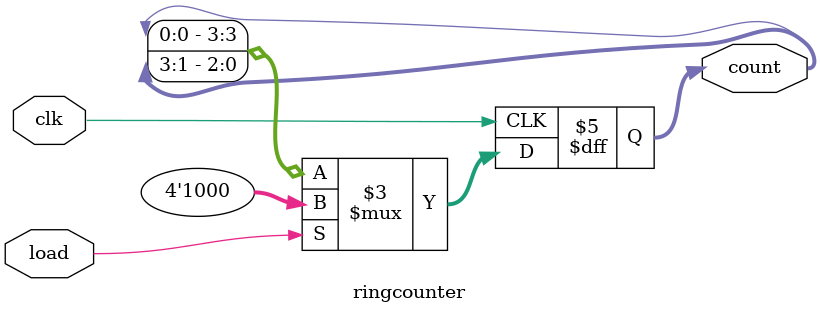
<source format=v>
module ringcounter #(parameter n=4)
(	input clk,load,
	output reg [n-1:0]count);

always @(posedge clk)
begin
	if(load)
		count <= {1'b1,{(n-1){1'b0}}};
	else
		count <= {count[0],count[n-1:1]};
end

endmodule 
</source>
